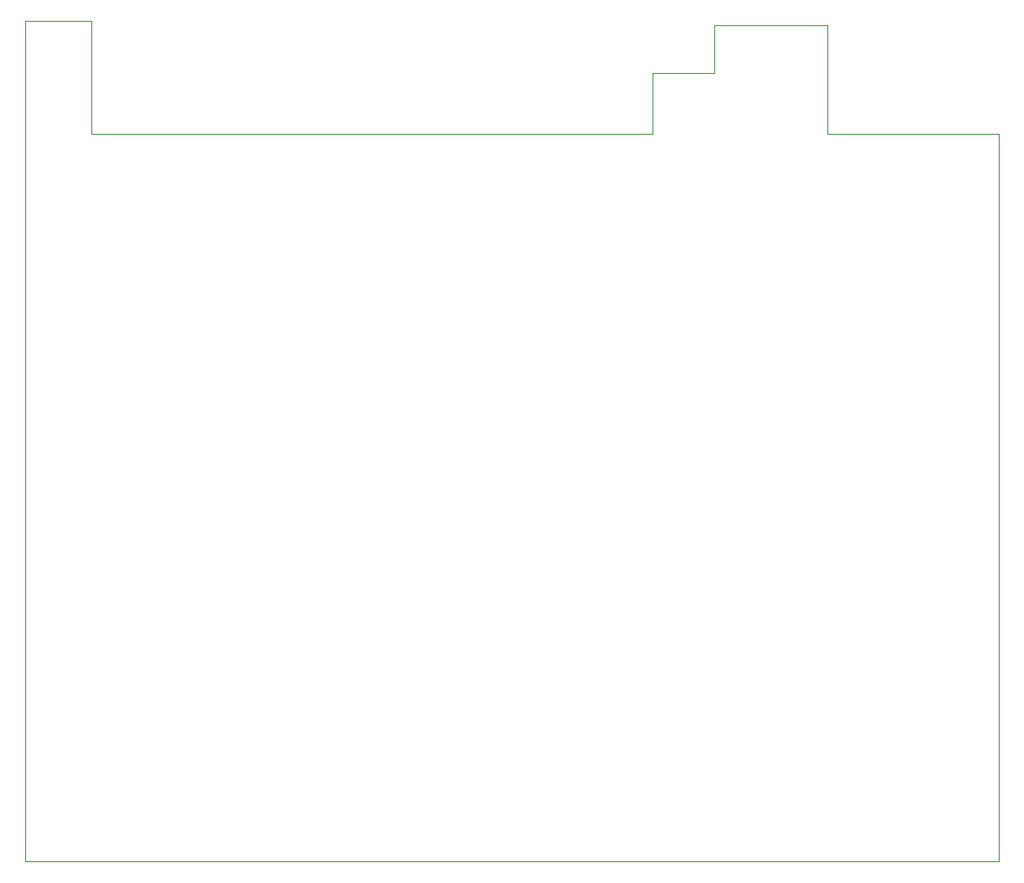
<source format=gko>
%TF.GenerationSoftware,KiCad,Pcbnew,(6.0.9)*%
%TF.CreationDate,2023-01-09T12:39:33+09:00*%
%TF.ProjectId,split-mini__right,73706c69-742d-46d6-996e-695f5f726967,rev?*%
%TF.SameCoordinates,Original*%
%TF.FileFunction,Profile,NP*%
%FSLAX46Y46*%
G04 Gerber Fmt 4.6, Leading zero omitted, Abs format (unit mm)*
G04 Created by KiCad (PCBNEW (6.0.9)) date 2023-01-09 12:39:33*
%MOMM*%
%LPD*%
G01*
G04 APERTURE LIST*
%TA.AperFunction,Profile*%
%ADD10C,0.100000*%
%TD*%
G04 APERTURE END LIST*
D10*
X90236197Y-19693424D02*
X101236197Y-19693424D01*
X117950000Y-101175000D02*
X23150000Y-101175000D01*
X117950000Y-30325000D02*
X117950000Y-101175000D01*
X23150000Y-101175000D02*
X23150000Y-19325000D01*
X29650000Y-30325000D02*
X84236197Y-30325000D01*
X29650000Y-19325000D02*
X29650000Y-30325000D01*
X84236197Y-30325000D02*
X84236197Y-24325000D01*
X101236197Y-19693424D02*
X101236197Y-30325000D01*
X84236197Y-24325000D02*
X90236197Y-24325000D01*
X90236197Y-24325000D02*
X90236197Y-19693424D01*
X101236197Y-30325000D02*
X117950000Y-30325000D01*
X23150000Y-19325000D02*
X29650000Y-19325000D01*
M02*

</source>
